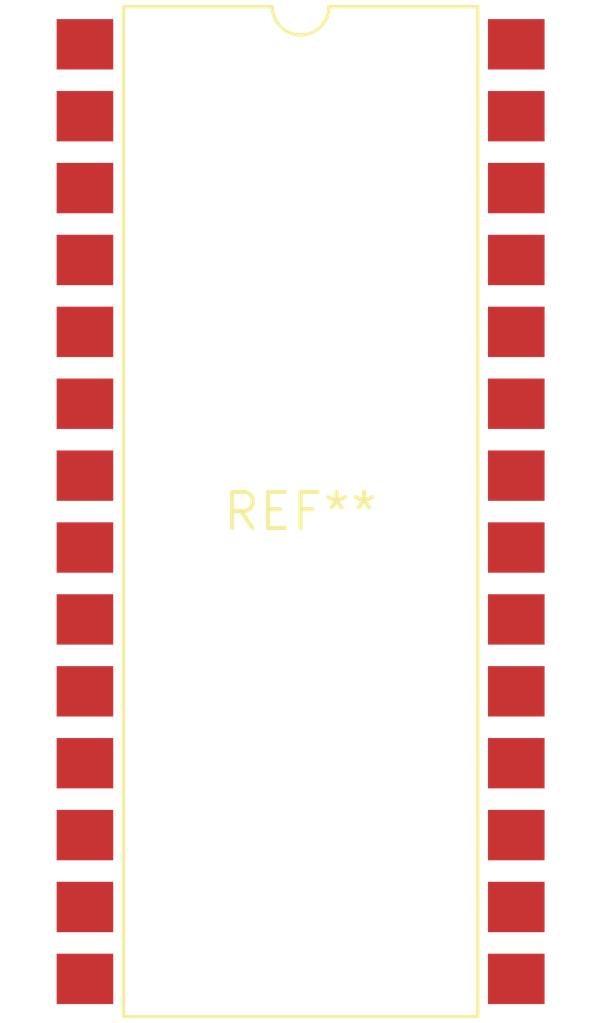
<source format=kicad_pcb>
(kicad_pcb (version 20240108) (generator pcbnew)
  (layers (0 "F.Cu" signal) (31 "B.Cu" signal) (34 "B.Paste" user) (35 "F.Paste" user) (36 "B.SilkS" user "B.Silkscreen") (37 "F.SilkS" user "F.Silkscreen") (38 "B.Mask" user) (39 "F.Mask" user) (44 "Edge.Cuts" user))
  (net 0 "")
  (footprint "SMDIP-28_W15.24mm" (layer "F.Cu") (at 0 0)
    (property "Reference" "REF**")
    (property "Value" "SMDIP-28_W15.24mm")
    (fp_line (start -6.26 -17.84) (end -6.26 17.84) (layer "F.SilkS") (stroke (width 0.12)))
    (fp_line (start -6.26 17.84) (end 6.26 17.84) (layer "F.SilkS") (stroke (width 0.12)))
    (fp_line (start -1 -17.84) (end -6.26 -17.84) (layer "F.SilkS") (stroke (width 0.12)))
    (fp_line (start 6.26 -17.84) (end 1 -17.84) (layer "F.SilkS") (stroke (width 0.12)))
    (fp_line (start 6.26 17.84) (end 6.26 -17.84) (layer "F.SilkS") (stroke (width 0.12)))
    (fp_arc (start 1 -17.84) (mid 0 -16.84) (end -1 -17.84) (layer "F.SilkS") (stroke (width 0.12)))
    (pad "1" smd rect (at -7.62 -16.51) (size 2 1.78) (layers "F.Cu" "F.Paste" "F.Mask"))
    (pad "2" smd rect (at -7.62 -13.97) (size 2 1.78) (layers "F.Cu" "F.Paste" "F.Mask"))
    (pad "3" smd rect (at -7.62 -11.43) (size 2 1.78) (layers "F.Cu" "F.Paste" "F.Mask"))
    (pad "4" smd rect (at -7.62 -8.89) (size 2 1.78) (layers "F.Cu" "F.Paste" "F.Mask"))
    (pad "5" smd rect (at -7.62 -6.35) (size 2 1.78) (layers "F.Cu" "F.Paste" "F.Mask"))
    (pad "6" smd rect (at -7.62 -3.81) (size 2 1.78) (layers "F.Cu" "F.Paste" "F.Mask"))
    (pad "7" smd rect (at -7.62 -1.27) (size 2 1.78) (layers "F.Cu" "F.Paste" "F.Mask"))
    (pad "8" smd rect (at -7.62 1.27) (size 2 1.78) (layers "F.Cu" "F.Paste" "F.Mask"))
    (pad "9" smd rect (at -7.62 3.81) (size 2 1.78) (layers "F.Cu" "F.Paste" "F.Mask"))
    (pad "10" smd rect (at -7.62 6.35) (size 2 1.78) (layers "F.Cu" "F.Paste" "F.Mask"))
    (pad "11" smd rect (at -7.62 8.89) (size 2 1.78) (layers "F.Cu" "F.Paste" "F.Mask"))
    (pad "12" smd rect (at -7.62 11.43) (size 2 1.78) (layers "F.Cu" "F.Paste" "F.Mask"))
    (pad "13" smd rect (at -7.62 13.97) (size 2 1.78) (layers "F.Cu" "F.Paste" "F.Mask"))
    (pad "14" smd rect (at -7.62 16.51) (size 2 1.78) (layers "F.Cu" "F.Paste" "F.Mask"))
    (pad "15" smd rect (at 7.62 16.51) (size 2 1.78) (layers "F.Cu" "F.Paste" "F.Mask"))
    (pad "16" smd rect (at 7.62 13.97) (size 2 1.78) (layers "F.Cu" "F.Paste" "F.Mask"))
    (pad "17" smd rect (at 7.62 11.43) (size 2 1.78) (layers "F.Cu" "F.Paste" "F.Mask"))
    (pad "18" smd rect (at 7.62 8.89) (size 2 1.78) (layers "F.Cu" "F.Paste" "F.Mask"))
    (pad "19" smd rect (at 7.62 6.35) (size 2 1.78) (layers "F.Cu" "F.Paste" "F.Mask"))
    (pad "20" smd rect (at 7.62 3.81) (size 2 1.78) (layers "F.Cu" "F.Paste" "F.Mask"))
    (pad "21" smd rect (at 7.62 1.27) (size 2 1.78) (layers "F.Cu" "F.Paste" "F.Mask"))
    (pad "22" smd rect (at 7.62 -1.27) (size 2 1.78) (layers "F.Cu" "F.Paste" "F.Mask"))
    (pad "23" smd rect (at 7.62 -3.81) (size 2 1.78) (layers "F.Cu" "F.Paste" "F.Mask"))
    (pad "24" smd rect (at 7.62 -6.35) (size 2 1.78) (layers "F.Cu" "F.Paste" "F.Mask"))
    (pad "25" smd rect (at 7.62 -8.89) (size 2 1.78) (layers "F.Cu" "F.Paste" "F.Mask"))
    (pad "26" smd rect (at 7.62 -11.43) (size 2 1.78) (layers "F.Cu" "F.Paste" "F.Mask"))
    (pad "27" smd rect (at 7.62 -13.97) (size 2 1.78) (layers "F.Cu" "F.Paste" "F.Mask"))
    (pad "28" smd rect (at 7.62 -16.51) (size 2 1.78) (layers "F.Cu" "F.Paste" "F.Mask"))
  )
)
</source>
